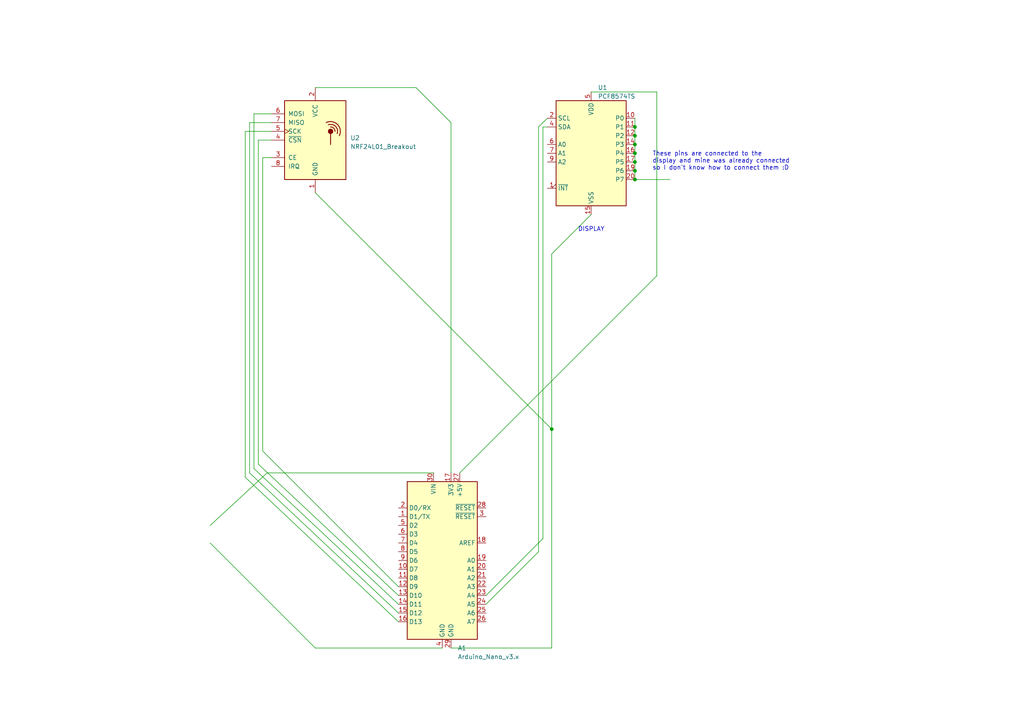
<source format=kicad_sch>
(kicad_sch (version 20230121) (generator eeschema)
  (paper "A4")
  (lib_symbols
    (symbol "Interface_Expansion:PCF8574TS"
      (property "Reference" "U" (at -8.89 16.51 0))
      (property "Value" "PCF8574TS" (at 3.81 16.51 0))
      (symbol "PCF8574TS_0_1"
        (rectangle (start -10.16 15.24) (end 10.16 -15.24) (stroke (width 0.254)) (fill (type background)))
      )
      (symbol "PCF8574TS_1_1"
        (pin open_collector output_low (at -12.7 -10.16 0) (length 2.54) (name "~{INT}") (number "1"))
        (pin bidirectional line (at 12.7 10.16 180) (length 2.54) (name "P0") (number "10"))
        (pin bidirectional line (at 12.7 7.62 180) (length 2.54) (name "P1") (number "11"))
        (pin bidirectional line (at 12.7 5.08 180) (length 2.54) (name "P2") (number "12"))
        (pin no_connect line (at -10.16 -5.08 0) (length 2.54) hide (name "NC") (number "13"))
        (pin bidirectional line (at 12.7 2.54 180) (length 2.54) (name "P3") (number "14"))
        (pin power_in line (at 0 -17.78 90) (length 2.54) (name "VSS") (number "15"))
        (pin bidirectional line (at 12.7 0 180) (length 2.54) (name "P4") (number "16"))
        (pin bidirectional line (at 12.7 -2.54 180) (length 2.54) (name "P5") (number "17"))
        (pin no_connect line (at -10.16 -7.62 0) (length 2.54) hide (name "NC") (number "18"))
        (pin bidirectional line (at 12.7 -5.08 180) (length 2.54) (name "P6") (number "19"))
        (pin input line (at -12.7 10.16 0) (length 2.54) (name "SCL") (number "2"))
        (pin bidirectional line (at 12.7 -7.62 180) (length 2.54) (name "P7") (number "20"))
        (pin no_connect line (at 10.16 -10.16 180) (length 2.54) hide (name "NC") (number "3"))
        (pin bidirectional line (at -12.7 7.62 0) (length 2.54) (name "SDA") (number "4"))
        (pin power_in line (at 0 17.78 270) (length 2.54) (name "VDD") (number "5"))
        (pin input line (at -12.7 2.54 0) (length 2.54) (name "A0") (number "6"))
        (pin input line (at -12.7 0 0) (length 2.54) (name "A1") (number "7"))
        (pin no_connect line (at 10.16 -12.7 180) (length 2.54) hide (name "NC") (number "8"))
        (pin input line (at -12.7 -2.54 0) (length 2.54) (name "A2") (number "9"))
      )
    )
    (symbol "MCU_Module:Arduino_Nano_v3.x"
      (property "Reference" "A" (at -10.16 23.495 0))
      (property "Value" "Arduino_Nano_v3.x" (at 5.08 -24.13 0))
      (symbol "Arduino_Nano_v3.x_0_1"
        (rectangle (start -10.16 22.86) (end 10.16 -22.86) (stroke (width 0.254)) (fill (type background)))
      )
      (symbol "Arduino_Nano_v3.x_1_1"
        (pin bidirectional line (at -12.7 12.7 0) (length 2.54) (name "D1/TX") (number "1"))
        (pin bidirectional line (at -12.7 -2.54 0) (length 2.54) (name "D7") (number "10"))
        (pin bidirectional line (at -12.7 -5.08 0) (length 2.54) (name "D8") (number "11"))
        (pin bidirectional line (at -12.7 -7.62 0) (length 2.54) (name "D9") (number "12"))
        (pin bidirectional line (at -12.7 -10.16 0) (length 2.54) (name "D10") (number "13"))
        (pin bidirectional line (at -12.7 -12.7 0) (length 2.54) (name "D11") (number "14"))
        (pin bidirectional line (at -12.7 -15.24 0) (length 2.54) (name "D12") (number "15"))
        (pin bidirectional line (at -12.7 -17.78 0) (length 2.54) (name "D13") (number "16"))
        (pin power_out line (at 2.54 25.4 270) (length 2.54) (name "3V3") (number "17"))
        (pin input line (at 12.7 5.08 180) (length 2.54) (name "AREF") (number "18"))
        (pin bidirectional line (at 12.7 0 180) (length 2.54) (name "A0") (number "19"))
        (pin bidirectional line (at -12.7 15.24 0) (length 2.54) (name "D0/RX") (number "2"))
        (pin bidirectional line (at 12.7 -2.54 180) (length 2.54) (name "A1") (number "20"))
        (pin bidirectional line (at 12.7 -5.08 180) (length 2.54) (name "A2") (number "21"))
        (pin bidirectional line (at 12.7 -7.62 180) (length 2.54) (name "A3") (number "22"))
        (pin bidirectional line (at 12.7 -10.16 180) (length 2.54) (name "A4") (number "23"))
        (pin bidirectional line (at 12.7 -12.7 180) (length 2.54) (name "A5") (number "24"))
        (pin bidirectional line (at 12.7 -15.24 180) (length 2.54) (name "A6") (number "25"))
        (pin bidirectional line (at 12.7 -17.78 180) (length 2.54) (name "A7") (number "26"))
        (pin power_out line (at 5.08 25.4 270) (length 2.54) (name "+5V") (number "27"))
        (pin input line (at 12.7 15.24 180) (length 2.54) (name "~{RESET}") (number "28"))
        (pin power_in line (at 2.54 -25.4 90) (length 2.54) (name "GND") (number "29"))
        (pin input line (at 12.7 12.7 180) (length 2.54) (name "~{RESET}") (number "3"))
        (pin power_in line (at -2.54 25.4 270) (length 2.54) (name "VIN") (number "30"))
        (pin power_in line (at 0 -25.4 90) (length 2.54) (name "GND") (number "4"))
        (pin bidirectional line (at -12.7 10.16 0) (length 2.54) (name "D2") (number "5"))
        (pin bidirectional line (at -12.7 7.62 0) (length 2.54) (name "D3") (number "6"))
        (pin bidirectional line (at -12.7 5.08 0) (length 2.54) (name "D4") (number "7"))
        (pin bidirectional line (at -12.7 2.54 0) (length 2.54) (name "D5") (number "8"))
        (pin bidirectional line (at -12.7 0 0) (length 2.54) (name "D6") (number "9"))
      )
    )
    (symbol "RF:NRF24L01_Breakout" (pin_names (offset 1.016))
      (property "Reference" "U" (at -8.89 12.7 0))
      (property "Value" "NRF24L01_Breakout" (at 3.81 12.7 0))
      (symbol "NRF24L01_Breakout_0_1"
        (rectangle (start -8.89 11.43) (end 8.89 -11.43) (stroke (width 0.254)) (fill (type background)))
        (polyline (pts (xy 4.445 1.905) (xy 4.445 -1.27)) (stroke (width 0.254)))
        (circle (center 4.445 2.54) (radius 0.635) (stroke (width 0.254)) (fill (type outline)))
        (arc (start 5.715 2.54) (mid 5.3521 3.4546) (end 4.445 3.81) (stroke (width 0.254)))
        (arc (start 6.35 1.905) (mid 5.8763 3.9854) (end 3.81 4.445) (stroke (width 0.254)))
        (arc (start 6.985 1.27) (mid 6.453 4.548) (end 3.175 5.08) (stroke (width 0.254)))
      )
      (symbol "NRF24L01_Breakout_1_1"
        (pin power_in line (at 0 -15.24 90) (length 3.81) (name "GND") (number "1"))
        (pin power_in line (at 0 15.24 270) (length 3.81) (name "VCC") (number "2"))
        (pin input line (at -12.7 -5.08 0) (length 3.81) (name "CE") (number "3"))
        (pin input line (at -12.7 0 0) (length 3.81) (name "~{CSN}") (number "4"))
        (pin input clock (at -12.7 2.54 0) (length 3.81) (name "SCK") (number "5"))
        (pin input line (at -12.7 7.62 0) (length 3.81) (name "MOSI") (number "6"))
        (pin output line (at -12.7 5.08 0) (length 3.81) (name "MISO") (number "7"))
        (pin output line (at -12.7 -7.62 0) (length 3.81) (name "IRQ") (number "8"))
      )
    )
  )
  (junction (at 184.15 52.07))
  (junction (at 184.15 44.45))
  (junction (at 160.02 124.46))
  (junction (at 184.15 46.99))
  (junction (at 184.15 49.53))
  (junction (at 184.15 41.91))
  (junction (at 184.15 36.83))
  (junction (at 184.15 39.37))
  (wire (pts (xy 76.2 130.81) (xy 115.57 170.18)))
  (wire (pts (xy 184.15 49.53) (xy 184.15 52.07)))
  (wire (pts (xy 72.39 35.56) (xy 72.39 137.16)))
  (wire (pts (xy 157.48 36.83) (xy 158.75 36.83)))
  (wire (pts (xy 156.21 36.83) (xy 158.75 34.29)))
  (wire (pts (xy 73.66 33.02) (xy 73.66 135.89)))
  (wire (pts (xy 171.45 26.67) (xy 190.5 26.67)))
  (wire (pts (xy 184.15 52.07) (xy 194.31 52.07)))
  (wire (pts (xy 76.2 45.72) (xy 76.2 130.81)))
  (wire (pts (xy 184.15 44.45) (xy 184.15 46.99)))
  (wire (pts (xy 74.93 134.62) (xy 115.57 172.72)))
  (wire (pts (xy 140.97 175.26) (xy 156.21 160.02)))
  (wire (pts (xy 60.96 152.4) (xy 77.47 137.16)))
  (wire (pts (xy 160.02 124.46) (xy 91.44 55.88)))
  (wire (pts (xy 184.15 46.99) (xy 184.15 49.53)))
  (wire (pts (xy 72.39 35.56) (xy 78.74 35.56)))
  (wire (pts (xy 76.2 45.72) (xy 78.74 45.72)))
  (wire (pts (xy 91.44 25.4) (xy 120.65 25.4)))
  (wire (pts (xy 73.66 33.02) (xy 78.74 33.02)))
  (wire (pts (xy 184.15 39.37) (xy 184.15 41.91)))
  (wire (pts (xy 60.96 157.48) (xy 91.44 187.96)))
  (wire (pts (xy 184.15 41.91) (xy 184.15 44.45)))
  (wire (pts (xy 157.48 36.83) (xy 157.48 156.21)))
  (wire (pts (xy 130.81 35.56) (xy 120.65 25.4)))
  (wire (pts (xy 156.21 160.02) (xy 156.21 36.83)))
  (wire (pts (xy 71.12 38.1) (xy 78.74 38.1)))
  (wire (pts (xy 130.81 137.16) (xy 130.81 35.56)))
  (wire (pts (xy 72.39 137.16) (xy 115.57 177.8)))
  (wire (pts (xy 184.15 34.29) (xy 184.15 36.83)))
  (wire (pts (xy 71.12 38.1) (xy 71.12 138.43)))
  (wire (pts (xy 73.66 135.89) (xy 115.57 175.26)))
  (wire (pts (xy 71.12 138.43) (xy 115.57 180.34)))
  (wire (pts (xy 160.02 73.66) (xy 171.45 62.23)))
  (wire (pts (xy 128.27 187.96) (xy 91.44 187.96)))
  (wire (pts (xy 160.02 187.96) (xy 160.02 124.46)))
  (wire (pts (xy 125.73 137.16) (xy 77.47 137.16)))
  (wire (pts (xy 184.15 36.83) (xy 184.15 39.37)))
  (wire (pts (xy 74.93 40.64) (xy 74.93 134.62)))
  (wire (pts (xy 157.48 156.21) (xy 140.97 172.72)))
  (wire (pts (xy 160.02 124.46) (xy 160.02 73.66)))
  (wire (pts (xy 190.5 80.01) (xy 133.35 137.16)))
  (wire (pts (xy 130.81 187.96) (xy 160.02 187.96)))
  (wire (pts (xy 190.5 26.67) (xy 190.5 80.01)))
  (wire (pts (xy 74.93 40.64) (xy 78.74 40.64)))
  (text "These pins are connected to the\ndisplay and mine was already connected\nso I don't know how to connect them :D\n" (at 189.23 49.53 0) (effects (font (size 1.27 1.27)) (justify left bottom)))
  (text "DISPLAY" (at 167.64 67.31 0) (effects (font (size 1.27 1.27)) (justify left bottom)))
  (symbol (lib_id "Interface_Expansion:PCF8574TS") (at 171.45 44.45 0) (unit 1)
    (property "Reference" "U1" (at 173.4059 25.4 0) (effects (justify left)))
    (property "Value" "PCF8574TS" (at 173.4059 27.94 0) (effects (justify left)))
    (property "Footprint" "Package_SO:SSOP-20_4.4x6.5mm_P0.65mm" (effects hide))
    (property "Datasheet" "http://www.nxp.com/documents/data_sheet/PCF8574_PCF8574A.pdf" (effects hide))
  )
  (symbol (lib_id "RF:NRF24L01_Breakout") (at 91.44 40.64 0) (unit 1)
    (property "Reference" "U2" (at 101.6 40.005 0) (effects (justify left)))
    (property "Value" "NRF24L01_Breakout" (at 101.6 42.545 0) (effects (justify left)))
    (property "Footprint" "RF_Module:nRF24L01_Breakout" (effects hide))
    (property "Datasheet" "http://www.nordicsemi.com/eng/content/download/2730/34105/file/nRF24L01_Product_Specification_v2_0.pdf" (effects hide))
  )
  (symbol (lib_id "MCU_Module:Arduino_Nano_v3.x") (at 128.27 162.56 0) (unit 1)
    (property "Reference" "A1" (at 132.7659 187.96 0) (effects (justify left)))
    (property "Value" "Arduino_Nano_v3.x" (at 132.7659 190.5 0) (effects (justify left)))
    (property "Footprint" "Module:Arduino_Nano" (effects hide))
    (property "Datasheet" "http://www.mouser.com/pdfdocs/Gravitech_Arduino_Nano3_0.pdf" (effects hide))
  )
)
</source>
